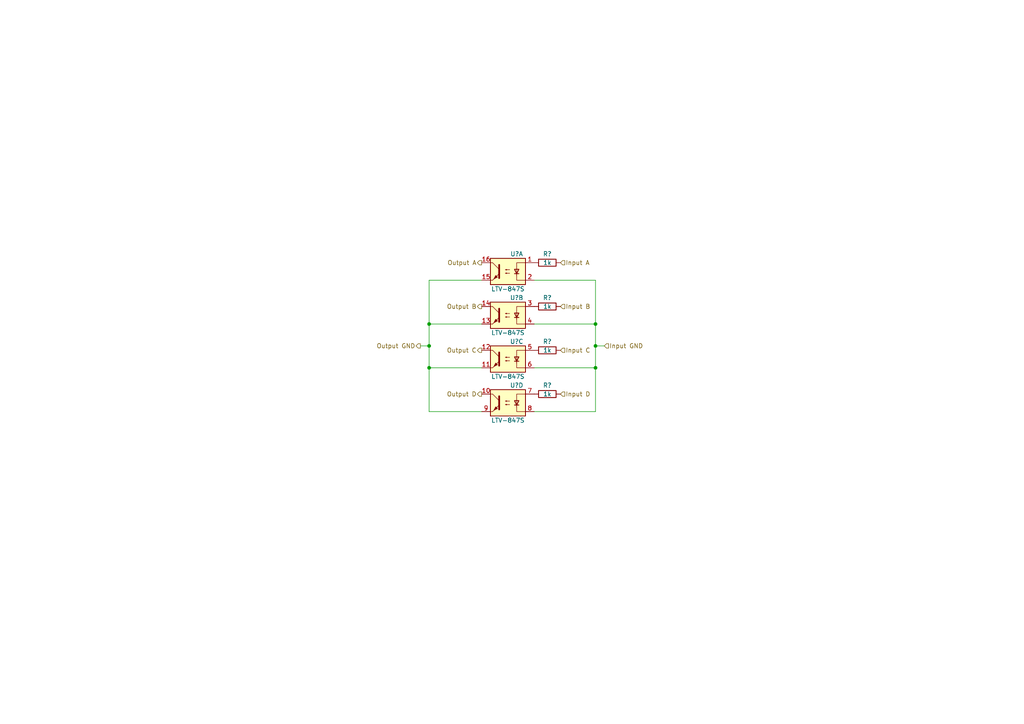
<source format=kicad_sch>
(kicad_sch (version 20211123) (generator eeschema)

  (uuid c507193d-b0af-4e9d-ae0b-8703958b2500)

  (paper "A4")

  (lib_symbols
    (symbol "Device:R" (pin_numbers hide) (pin_names (offset 0)) (in_bom yes) (on_board yes)
      (property "Reference" "R" (id 0) (at 2.032 0 90)
        (effects (font (size 1.27 1.27)))
      )
      (property "Value" "R" (id 1) (at 0 0 90)
        (effects (font (size 1.27 1.27)))
      )
      (property "Footprint" "" (id 2) (at -1.778 0 90)
        (effects (font (size 1.27 1.27)) hide)
      )
      (property "Datasheet" "~" (id 3) (at 0 0 0)
        (effects (font (size 1.27 1.27)) hide)
      )
      (property "ki_keywords" "R res resistor" (id 4) (at 0 0 0)
        (effects (font (size 1.27 1.27)) hide)
      )
      (property "ki_description" "Resistor" (id 5) (at 0 0 0)
        (effects (font (size 1.27 1.27)) hide)
      )
      (property "ki_fp_filters" "R_*" (id 6) (at 0 0 0)
        (effects (font (size 1.27 1.27)) hide)
      )
      (symbol "R_0_1"
        (rectangle (start -1.016 -2.54) (end 1.016 2.54)
          (stroke (width 0.254) (type default) (color 0 0 0 0))
          (fill (type none))
        )
      )
      (symbol "R_1_1"
        (pin passive line (at 0 3.81 270) (length 1.27)
          (name "~" (effects (font (size 1.27 1.27))))
          (number "1" (effects (font (size 1.27 1.27))))
        )
        (pin passive line (at 0 -3.81 90) (length 1.27)
          (name "~" (effects (font (size 1.27 1.27))))
          (number "2" (effects (font (size 1.27 1.27))))
        )
      )
    )
    (symbol "Isolator:LTV-847S" (pin_names (offset 1.016)) (in_bom yes) (on_board yes)
      (property "Reference" "U" (id 0) (at -3.81 5.08 0)
        (effects (font (size 1.27 1.27)))
      )
      (property "Value" "LTV-847S" (id 1) (at 0 -5.08 0)
        (effects (font (size 1.27 1.27)))
      )
      (property "Footprint" "Package_DIP:SMDIP-16_W9.53mm" (id 2) (at 0 -7.62 0)
        (effects (font (size 1.27 1.27)) hide)
      )
      (property "Datasheet" "http://www.us.liteon.com/downloads/LTV-817-827-847.PDF" (id 3) (at -15.24 11.43 0)
        (effects (font (size 1.27 1.27)) hide)
      )
      (property "ki_keywords" "NPN DC Optocoupler" (id 4) (at 0 0 0)
        (effects (font (size 1.27 1.27)) hide)
      )
      (property "ki_description" "DC Optocoupler, Vce 35V, CTR 50%, SMDIP-16" (id 5) (at 0 0 0)
        (effects (font (size 1.27 1.27)) hide)
      )
      (property "ki_fp_filters" "SMDIP*W9.53mm*" (id 6) (at 0 0 0)
        (effects (font (size 1.27 1.27)) hide)
      )
      (symbol "LTV-847S_0_1"
        (rectangle (start -5.08 3.81) (end 5.08 -3.81)
          (stroke (width 0.254) (type default) (color 0 0 0 0))
          (fill (type background))
        )
        (polyline
          (pts
            (xy -3.175 -0.635)
            (xy -1.905 -0.635)
          )
          (stroke (width 0.254) (type default) (color 0 0 0 0))
          (fill (type none))
        )
        (polyline
          (pts
            (xy 2.54 0.635)
            (xy 4.445 2.54)
          )
          (stroke (width 0) (type default) (color 0 0 0 0))
          (fill (type none))
        )
        (polyline
          (pts
            (xy 4.445 -2.54)
            (xy 2.54 -0.635)
          )
          (stroke (width 0) (type default) (color 0 0 0 0))
          (fill (type outline))
        )
        (polyline
          (pts
            (xy 4.445 -2.54)
            (xy 5.08 -2.54)
          )
          (stroke (width 0) (type default) (color 0 0 0 0))
          (fill (type none))
        )
        (polyline
          (pts
            (xy 4.445 2.54)
            (xy 5.08 2.54)
          )
          (stroke (width 0) (type default) (color 0 0 0 0))
          (fill (type none))
        )
        (polyline
          (pts
            (xy -2.54 -0.635)
            (xy -2.54 -2.54)
            (xy -5.08 -2.54)
          )
          (stroke (width 0) (type default) (color 0 0 0 0))
          (fill (type none))
        )
        (polyline
          (pts
            (xy 2.54 1.905)
            (xy 2.54 -1.905)
            (xy 2.54 -1.905)
          )
          (stroke (width 0.508) (type default) (color 0 0 0 0))
          (fill (type none))
        )
        (polyline
          (pts
            (xy -5.08 2.54)
            (xy -2.54 2.54)
            (xy -2.54 -1.27)
            (xy -2.54 0.635)
          )
          (stroke (width 0) (type default) (color 0 0 0 0))
          (fill (type none))
        )
        (polyline
          (pts
            (xy -2.54 -0.635)
            (xy -3.175 0.635)
            (xy -1.905 0.635)
            (xy -2.54 -0.635)
          )
          (stroke (width 0.254) (type default) (color 0 0 0 0))
          (fill (type none))
        )
        (polyline
          (pts
            (xy -0.508 -0.508)
            (xy 0.762 -0.508)
            (xy 0.381 -0.635)
            (xy 0.381 -0.381)
            (xy 0.762 -0.508)
          )
          (stroke (width 0) (type default) (color 0 0 0 0))
          (fill (type none))
        )
        (polyline
          (pts
            (xy -0.508 0.508)
            (xy 0.762 0.508)
            (xy 0.381 0.381)
            (xy 0.381 0.635)
            (xy 0.762 0.508)
          )
          (stroke (width 0) (type default) (color 0 0 0 0))
          (fill (type none))
        )
        (polyline
          (pts
            (xy 3.048 -1.651)
            (xy 3.556 -1.143)
            (xy 4.064 -2.159)
            (xy 3.048 -1.651)
            (xy 3.048 -1.651)
          )
          (stroke (width 0) (type default) (color 0 0 0 0))
          (fill (type outline))
        )
      )
      (symbol "LTV-847S_1_1"
        (pin passive line (at -7.62 2.54 0) (length 2.54)
          (name "~" (effects (font (size 1.27 1.27))))
          (number "1" (effects (font (size 1.27 1.27))))
        )
        (pin passive line (at 7.62 -2.54 180) (length 2.54)
          (name "~" (effects (font (size 1.27 1.27))))
          (number "15" (effects (font (size 1.27 1.27))))
        )
        (pin passive line (at 7.62 2.54 180) (length 2.54)
          (name "~" (effects (font (size 1.27 1.27))))
          (number "16" (effects (font (size 1.27 1.27))))
        )
        (pin passive line (at -7.62 -2.54 0) (length 2.54)
          (name "~" (effects (font (size 1.27 1.27))))
          (number "2" (effects (font (size 1.27 1.27))))
        )
      )
      (symbol "LTV-847S_2_1"
        (pin passive line (at 7.62 -2.54 180) (length 2.54)
          (name "~" (effects (font (size 1.27 1.27))))
          (number "13" (effects (font (size 1.27 1.27))))
        )
        (pin passive line (at 7.62 2.54 180) (length 2.54)
          (name "~" (effects (font (size 1.27 1.27))))
          (number "14" (effects (font (size 1.27 1.27))))
        )
        (pin passive line (at -7.62 2.54 0) (length 2.54)
          (name "~" (effects (font (size 1.27 1.27))))
          (number "3" (effects (font (size 1.27 1.27))))
        )
        (pin passive line (at -7.62 -2.54 0) (length 2.54)
          (name "~" (effects (font (size 1.27 1.27))))
          (number "4" (effects (font (size 1.27 1.27))))
        )
      )
      (symbol "LTV-847S_3_1"
        (pin passive line (at 7.62 -2.54 180) (length 2.54)
          (name "~" (effects (font (size 1.27 1.27))))
          (number "11" (effects (font (size 1.27 1.27))))
        )
        (pin passive line (at 7.62 2.54 180) (length 2.54)
          (name "~" (effects (font (size 1.27 1.27))))
          (number "12" (effects (font (size 1.27 1.27))))
        )
        (pin passive line (at -7.62 2.54 0) (length 2.54)
          (name "~" (effects (font (size 1.27 1.27))))
          (number "5" (effects (font (size 1.27 1.27))))
        )
        (pin passive line (at -7.62 -2.54 0) (length 2.54)
          (name "~" (effects (font (size 1.27 1.27))))
          (number "6" (effects (font (size 1.27 1.27))))
        )
      )
      (symbol "LTV-847S_4_1"
        (pin passive line (at 7.62 2.54 180) (length 2.54)
          (name "~" (effects (font (size 1.27 1.27))))
          (number "10" (effects (font (size 1.27 1.27))))
        )
        (pin passive line (at -7.62 2.54 0) (length 2.54)
          (name "~" (effects (font (size 1.27 1.27))))
          (number "7" (effects (font (size 1.27 1.27))))
        )
        (pin passive line (at -7.62 -2.54 0) (length 2.54)
          (name "~" (effects (font (size 1.27 1.27))))
          (number "8" (effects (font (size 1.27 1.27))))
        )
        (pin passive line (at 7.62 -2.54 180) (length 2.54)
          (name "~" (effects (font (size 1.27 1.27))))
          (number "9" (effects (font (size 1.27 1.27))))
        )
      )
    )
  )

  (junction (at 124.46 100.33) (diameter 0) (color 0 0 0 0)
    (uuid 04ff6b96-737c-43aa-8b4d-416437fe1047)
  )
  (junction (at 124.46 106.68) (diameter 0) (color 0 0 0 0)
    (uuid 34266757-493a-4ce4-9f68-f429af001fae)
  )
  (junction (at 172.72 100.33) (diameter 0) (color 0 0 0 0)
    (uuid 3500c462-2bdf-4909-ba51-efe8f2b6b6e5)
  )
  (junction (at 172.72 93.98) (diameter 0) (color 0 0 0 0)
    (uuid 55c8304f-3c9b-49a1-9e49-20790d4b3a9f)
  )
  (junction (at 172.72 106.68) (diameter 0) (color 0 0 0 0)
    (uuid 65ff50a9-cce5-4058-8104-018e220c1acb)
  )
  (junction (at 124.46 93.98) (diameter 0) (color 0 0 0 0)
    (uuid 76027399-94aa-4514-9380-77167d44ff88)
  )

  (wire (pts (xy 154.94 119.38) (xy 172.72 119.38))
    (stroke (width 0) (type default) (color 0 0 0 0))
    (uuid 0124aa2b-299f-46a8-ab03-d90ad890dfc6)
  )
  (wire (pts (xy 172.72 106.68) (xy 172.72 100.33))
    (stroke (width 0) (type default) (color 0 0 0 0))
    (uuid 1e4acf3d-1328-49db-aac6-1f1347a820d0)
  )
  (wire (pts (xy 139.7 93.98) (xy 124.46 93.98))
    (stroke (width 0) (type default) (color 0 0 0 0))
    (uuid 2df3506a-4e1d-4cfb-9e68-dbc7e93d7e69)
  )
  (wire (pts (xy 124.46 100.33) (xy 124.46 106.68))
    (stroke (width 0) (type default) (color 0 0 0 0))
    (uuid 5364d33d-d0f1-4d18-abab-699f204f89ce)
  )
  (wire (pts (xy 139.7 119.38) (xy 124.46 119.38))
    (stroke (width 0) (type default) (color 0 0 0 0))
    (uuid 5f79a3db-0553-4ea4-b464-dca2ac3bc0dc)
  )
  (wire (pts (xy 154.94 106.68) (xy 172.72 106.68))
    (stroke (width 0) (type default) (color 0 0 0 0))
    (uuid 6e21bd17-d02b-4f81-bfd4-4a5de704357c)
  )
  (wire (pts (xy 172.72 81.28) (xy 172.72 93.98))
    (stroke (width 0) (type default) (color 0 0 0 0))
    (uuid 85a0ed5a-757a-4d7d-bfa9-dc6911d401ea)
  )
  (wire (pts (xy 154.94 81.28) (xy 172.72 81.28))
    (stroke (width 0) (type default) (color 0 0 0 0))
    (uuid 991d84b7-d26c-4e63-bf46-232f999b9a24)
  )
  (wire (pts (xy 124.46 93.98) (xy 124.46 100.33))
    (stroke (width 0) (type default) (color 0 0 0 0))
    (uuid 9af39dfc-1e3d-46d9-9649-1cf282d928f9)
  )
  (wire (pts (xy 172.72 100.33) (xy 175.26 100.33))
    (stroke (width 0) (type default) (color 0 0 0 0))
    (uuid a3ff405e-222c-4161-b182-7eaedd7dbab7)
  )
  (wire (pts (xy 121.92 100.33) (xy 124.46 100.33))
    (stroke (width 0) (type default) (color 0 0 0 0))
    (uuid aaea9b3c-f4fd-4efe-9e5b-d4e6eee15e1c)
  )
  (wire (pts (xy 172.72 93.98) (xy 154.94 93.98))
    (stroke (width 0) (type default) (color 0 0 0 0))
    (uuid bbe189ca-655a-47f1-9fac-bcc18166dff5)
  )
  (wire (pts (xy 139.7 81.28) (xy 124.46 81.28))
    (stroke (width 0) (type default) (color 0 0 0 0))
    (uuid bdf0512a-b40e-4600-9fd6-e51339d92bfc)
  )
  (wire (pts (xy 124.46 106.68) (xy 139.7 106.68))
    (stroke (width 0) (type default) (color 0 0 0 0))
    (uuid c155f20f-0b31-40e1-9094-92da09e6649a)
  )
  (wire (pts (xy 172.72 100.33) (xy 172.72 93.98))
    (stroke (width 0) (type default) (color 0 0 0 0))
    (uuid cf0e1057-9a63-434e-871f-1381b9f197de)
  )
  (wire (pts (xy 124.46 81.28) (xy 124.46 93.98))
    (stroke (width 0) (type default) (color 0 0 0 0))
    (uuid d888f8df-21f2-4023-baee-651dd3e516c5)
  )
  (wire (pts (xy 124.46 119.38) (xy 124.46 106.68))
    (stroke (width 0) (type default) (color 0 0 0 0))
    (uuid e24cb459-4426-4d80-b39c-90319422d6fe)
  )
  (wire (pts (xy 172.72 119.38) (xy 172.72 106.68))
    (stroke (width 0) (type default) (color 0 0 0 0))
    (uuid ff4954a7-d09a-4d68-a80b-b740fef16de3)
  )

  (hierarchical_label "Output A" (shape output) (at 139.7 76.2 180)
    (effects (font (size 1.27 1.27)) (justify right))
    (uuid 1463f7c7-52b6-427b-b967-89daaa2083d1)
  )
  (hierarchical_label "Output D" (shape output) (at 139.7 114.3 180)
    (effects (font (size 1.27 1.27)) (justify right))
    (uuid 1470c407-9421-4174-8576-e0afcf2c0385)
  )
  (hierarchical_label "Input GND" (shape input) (at 175.26 100.33 0)
    (effects (font (size 1.27 1.27)) (justify left))
    (uuid 29631774-6afe-4988-8870-b7e75a921ef2)
  )
  (hierarchical_label "Input B" (shape input) (at 162.56 88.9 0)
    (effects (font (size 1.27 1.27)) (justify left))
    (uuid 29ad6745-a43e-46bc-b1e0-ae0cf1b5757c)
  )
  (hierarchical_label "Output C" (shape output) (at 139.7 101.6 180)
    (effects (font (size 1.27 1.27)) (justify right))
    (uuid 38c7d972-ad21-4dc3-8692-c3930b211863)
  )
  (hierarchical_label "Output GND" (shape output) (at 121.92 100.33 180)
    (effects (font (size 1.27 1.27)) (justify right))
    (uuid 3af28b92-85c1-4417-94cc-e612af59743b)
  )
  (hierarchical_label "Output B" (shape output) (at 139.7 88.9 180)
    (effects (font (size 1.27 1.27)) (justify right))
    (uuid 479b9e72-cfa8-4a0f-8efa-c6e2b91f8b0b)
  )
  (hierarchical_label "Input D" (shape input) (at 162.56 114.3 0)
    (effects (font (size 1.27 1.27)) (justify left))
    (uuid 6e8ca349-af7d-46ea-b651-9c9df5997f5d)
  )
  (hierarchical_label "Input A" (shape input) (at 162.56 76.2 0)
    (effects (font (size 1.27 1.27)) (justify left))
    (uuid eac7dfde-8295-45df-a844-12b4dba2b20e)
  )
  (hierarchical_label "Input C" (shape input) (at 162.56 101.6 0)
    (effects (font (size 1.27 1.27)) (justify left))
    (uuid f3060869-c2fb-4dbd-9ebc-1fae4129b5ee)
  )

  (symbol (lib_id "Device:R") (at 158.75 101.6 90) (unit 1)
    (in_bom yes) (on_board yes)
    (uuid 1d4a17cb-c591-43f2-9505-b29c3e4e5844)
    (property "Reference" "R?" (id 0) (at 158.75 99.06 90))
    (property "Value" "1k" (id 1) (at 158.75 101.6 90))
    (property "Footprint" "Resistor_SMD:R_0805_2012Metric" (id 2) (at 158.75 103.378 90)
      (effects (font (size 1.27 1.27)) hide)
    )
    (property "Datasheet" "~" (id 3) (at 158.75 101.6 0)
      (effects (font (size 1.27 1.27)) hide)
    )
    (pin "1" (uuid ae40cbe0-ae79-44a1-bff5-05c643c5c1ca))
    (pin "2" (uuid 91d58dab-bb96-4858-8650-b4d365f3a981))
  )

  (symbol (lib_id "Device:R") (at 158.75 114.3 90) (unit 1)
    (in_bom yes) (on_board yes)
    (uuid 356ea6aa-db21-4ccf-b698-6df37c0cd257)
    (property "Reference" "R?" (id 0) (at 158.75 111.76 90))
    (property "Value" "1k" (id 1) (at 158.75 114.3 90))
    (property "Footprint" "Resistor_SMD:R_0805_2012Metric" (id 2) (at 158.75 116.078 90)
      (effects (font (size 1.27 1.27)) hide)
    )
    (property "Datasheet" "~" (id 3) (at 158.75 114.3 0)
      (effects (font (size 1.27 1.27)) hide)
    )
    (pin "1" (uuid a31de4df-e298-4ad6-a3eb-ca65a02e2cc7))
    (pin "2" (uuid 61295d3d-55f3-4046-b9f8-df0749cb86c2))
  )

  (symbol (lib_id "Device:R") (at 158.75 76.2 90) (unit 1)
    (in_bom yes) (on_board yes)
    (uuid 463f1418-1162-4791-bead-b3c19d248c34)
    (property "Reference" "R?" (id 0) (at 158.75 73.66 90))
    (property "Value" "1k" (id 1) (at 158.75 76.2 90))
    (property "Footprint" "Resistor_SMD:R_0805_2012Metric" (id 2) (at 158.75 77.978 90)
      (effects (font (size 1.27 1.27)) hide)
    )
    (property "Datasheet" "~" (id 3) (at 158.75 76.2 0)
      (effects (font (size 1.27 1.27)) hide)
    )
    (pin "1" (uuid 152620ce-d410-424a-a30a-17861731c78a))
    (pin "2" (uuid a32e4004-585e-4e35-b96a-90196c152dee))
  )

  (symbol (lib_id "Isolator:LTV-847S") (at 147.32 116.84 0) (mirror y) (unit 4)
    (in_bom yes) (on_board yes)
    (uuid 8f133af9-2d7b-4e2d-9e30-3a754d20db41)
    (property "Reference" "U?" (id 0) (at 149.86 111.76 0))
    (property "Value" "LTV-847S" (id 1) (at 147.32 121.92 0))
    (property "Footprint" "Package_DIP:SMDIP-16_W9.53mm" (id 2) (at 147.32 124.46 0)
      (effects (font (size 1.27 1.27)) hide)
    )
    (property "Datasheet" "http://www.us.liteon.com/downloads/LTV-817-827-847.PDF" (id 3) (at 162.56 105.41 0)
      (effects (font (size 1.27 1.27)) hide)
    )
    (pin "1" (uuid c183db86-70bf-4ab2-bda2-e6f61d07c468))
    (pin "15" (uuid 304885c8-2fdb-43fe-9dd2-43e9c6a76e24))
    (pin "16" (uuid a9cc3e62-2ff5-49e5-953e-afde52d6da19))
    (pin "2" (uuid 92398459-ce93-4719-9200-f127f79ac074))
    (pin "13" (uuid 15ffe6b4-9d82-4f66-a075-6dc08a7684bf))
    (pin "14" (uuid 94e39bc3-e00d-4b89-b931-43321f2a9cd1))
    (pin "3" (uuid bb964ab0-e0d0-40f4-bd02-14e27dd3c154))
    (pin "4" (uuid 81db1249-bbe9-4463-96c7-e2742121b730))
    (pin "11" (uuid 56e6efd7-1650-4862-93a5-2a9faee9f9fd))
    (pin "12" (uuid 2364331f-e203-43c6-970b-926bda0bf46a))
    (pin "5" (uuid e8288006-aa89-419e-a83b-a0429e932891))
    (pin "6" (uuid de3419ce-ed3d-4deb-a246-57ee96ae8e06))
    (pin "10" (uuid 14560578-d157-4fb7-aa82-9a49592a0fac))
    (pin "7" (uuid a12babf2-1bed-4079-af67-70c06317f646))
    (pin "8" (uuid 3f16ed78-100d-4b29-b190-0687b62f74fa))
    (pin "9" (uuid 540e21a0-dcb1-4e89-b1b2-d9cbf9ac716f))
  )

  (symbol (lib_id "Isolator:LTV-847S") (at 147.32 104.14 0) (mirror y) (unit 3)
    (in_bom yes) (on_board yes)
    (uuid 908cf4eb-0404-4bcc-a0a8-33e2e0587c7e)
    (property "Reference" "U?" (id 0) (at 149.86 99.06 0))
    (property "Value" "LTV-847S" (id 1) (at 147.32 109.22 0))
    (property "Footprint" "Package_DIP:SMDIP-16_W9.53mm" (id 2) (at 147.32 111.76 0)
      (effects (font (size 1.27 1.27)) hide)
    )
    (property "Datasheet" "http://www.us.liteon.com/downloads/LTV-817-827-847.PDF" (id 3) (at 162.56 92.71 0)
      (effects (font (size 1.27 1.27)) hide)
    )
    (pin "1" (uuid d5f72783-49e8-458d-8334-7062fdb2c47b))
    (pin "15" (uuid aa67c921-b626-48b9-a4a2-5282978ab903))
    (pin "16" (uuid c92c686c-6542-40be-bb89-59be0f82bd19))
    (pin "2" (uuid 45ffb4c9-0aea-45da-8429-d93982bc40dd))
    (pin "13" (uuid 40692436-b2df-41b0-b55e-60dcc66e2537))
    (pin "14" (uuid 66aa820f-868d-4f7d-8dd7-909b4001532a))
    (pin "3" (uuid d438e8ab-0477-4826-9bff-b27da8ceb869))
    (pin "4" (uuid daf5b51a-cdf8-4e00-9a52-f0db4b4f121c))
    (pin "11" (uuid 097a0977-4d19-4a42-811b-7b22adc56648))
    (pin "12" (uuid 760bca73-03ca-4d88-b6ac-ce8f394a2ecf))
    (pin "5" (uuid 30a0c600-85fd-4f25-8174-617b0006cb04))
    (pin "6" (uuid fb5a8e5f-55cc-4a71-9b40-e90e8e51368f))
    (pin "10" (uuid 21c2c8ad-5164-4c9c-af3a-fdcb8dc29e7d))
    (pin "7" (uuid 66409049-ac26-4a9d-b2cb-fac80d583bb6))
    (pin "8" (uuid cf924e54-ca51-40e7-9456-60fbca2106b7))
    (pin "9" (uuid 2e936f1c-16e0-406f-859b-468521478e6d))
  )

  (symbol (lib_id "Isolator:LTV-847S") (at 147.32 78.74 0) (mirror y) (unit 1)
    (in_bom yes) (on_board yes)
    (uuid a3224ab5-e131-4715-8b3a-8dbb97d2ba78)
    (property "Reference" "U?" (id 0) (at 149.86 73.66 0))
    (property "Value" "LTV-847S" (id 1) (at 147.32 83.82 0))
    (property "Footprint" "Package_DIP:SMDIP-16_W9.53mm" (id 2) (at 147.32 86.36 0)
      (effects (font (size 1.27 1.27)) hide)
    )
    (property "Datasheet" "http://www.us.liteon.com/downloads/LTV-817-827-847.PDF" (id 3) (at 162.56 67.31 0)
      (effects (font (size 1.27 1.27)) hide)
    )
    (pin "1" (uuid 1acce4b0-0b27-4d24-b5f2-82f8aced3921))
    (pin "15" (uuid 620d4438-6334-499b-9a6d-bb14a9ea4ed7))
    (pin "16" (uuid 06a3d721-55ca-412d-9a95-bad129e479d9))
    (pin "2" (uuid c65b9586-9366-4fa0-ba0e-7647d0e3db2c))
    (pin "13" (uuid 863b6067-6057-4131-89b5-10a8d22a4736))
    (pin "14" (uuid e3201fac-2983-492e-bf8e-8c26a6f1d62a))
    (pin "3" (uuid ebe4862c-7ae6-4c26-bec1-1aa8ccc8ade8))
    (pin "4" (uuid f2232207-ded9-4b13-9163-9395ad962d24))
    (pin "11" (uuid 68c728b5-8bed-47bc-ae6d-65ef00ce03dc))
    (pin "12" (uuid dce1c281-2a4a-48eb-8a5f-918325f0b747))
    (pin "5" (uuid 8033e89e-4511-4bfd-94da-afb6103af288))
    (pin "6" (uuid 9003e3fb-b2fa-4c0f-b69a-5596907c66c7))
    (pin "10" (uuid 5c3d4a37-868c-44f7-b34a-f2d8459d08f8))
    (pin "7" (uuid 74d9b0f4-5e3c-4302-9427-76a85ea52443))
    (pin "8" (uuid d6c01293-277d-47d7-a824-b61cc1015421))
    (pin "9" (uuid f879de02-ab18-4b85-a631-1fe77bcbaa02))
  )

  (symbol (lib_id "Device:R") (at 158.75 88.9 90) (unit 1)
    (in_bom yes) (on_board yes)
    (uuid a85764da-55fd-4460-b7bf-8d2abad0ce1a)
    (property "Reference" "R?" (id 0) (at 158.75 86.36 90))
    (property "Value" "1k" (id 1) (at 158.75 88.9 90))
    (property "Footprint" "Resistor_SMD:R_0805_2012Metric" (id 2) (at 158.75 90.678 90)
      (effects (font (size 1.27 1.27)) hide)
    )
    (property "Datasheet" "~" (id 3) (at 158.75 88.9 0)
      (effects (font (size 1.27 1.27)) hide)
    )
    (pin "1" (uuid 0601cb6f-9d24-4512-be12-b9769e53bd95))
    (pin "2" (uuid 63b4afef-e077-4168-9cad-a0acc1ea5612))
  )

  (symbol (lib_id "Isolator:LTV-847S") (at 147.32 91.44 0) (mirror y) (unit 2)
    (in_bom yes) (on_board yes)
    (uuid f1d469c5-5e8a-4541-8379-7af3c8a78721)
    (property "Reference" "U?" (id 0) (at 149.86 86.36 0))
    (property "Value" "LTV-847S" (id 1) (at 147.32 96.52 0))
    (property "Footprint" "Package_DIP:SMDIP-16_W9.53mm" (id 2) (at 147.32 99.06 0)
      (effects (font (size 1.27 1.27)) hide)
    )
    (property "Datasheet" "http://www.us.liteon.com/downloads/LTV-817-827-847.PDF" (id 3) (at 162.56 80.01 0)
      (effects (font (size 1.27 1.27)) hide)
    )
    (pin "1" (uuid 8c251d89-4d5c-473a-9d32-2b2f85dd52d6))
    (pin "15" (uuid 491ecdff-b58f-4dac-811f-8388a1a2afed))
    (pin "16" (uuid 68b0dbea-4e1c-4ec6-bd2d-ba3d57a0d227))
    (pin "2" (uuid f6a75d36-7cbc-4ad2-a15e-b9917dcf3332))
    (pin "13" (uuid aee7feba-5555-4f60-b067-d4938abdbe70))
    (pin "14" (uuid 3e4e9722-7078-4381-8f19-c755780ba0bb))
    (pin "3" (uuid 638fd3d0-840d-4470-9c71-3258fbb83755))
    (pin "4" (uuid d8a9284e-eb26-4f8a-a83d-67ae1dc4b30c))
    (pin "11" (uuid 0d5afbd0-879c-47b2-80b1-a9b817a44c98))
    (pin "12" (uuid fa30fcb4-e86f-4061-af21-7008b7771d10))
    (pin "5" (uuid a7489755-925c-4e5d-92f8-3b0d1444ea4b))
    (pin "6" (uuid 17d295a2-c58c-49dc-830d-09906393daaf))
    (pin "10" (uuid 777b4176-2cf4-4dec-be7d-f81c55039d65))
    (pin "7" (uuid b089aff8-47e0-472e-b65b-3ffb489f9bb3))
    (pin "8" (uuid 1756a3f7-bd16-40dc-9fb4-efdaa582d3b0))
    (pin "9" (uuid 6b802e5e-8279-4110-9a82-b9b5dceffdc9))
  )
)

</source>
